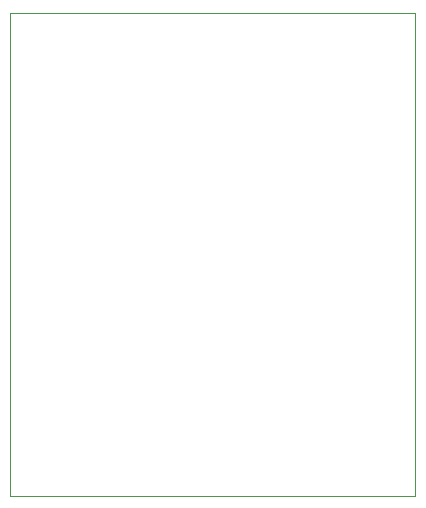
<source format=gm1>
G04 #@! TF.GenerationSoftware,KiCad,Pcbnew,7.0.7*
G04 #@! TF.CreationDate,2023-10-16T20:45:54+02:00*
G04 #@! TF.ProjectId,HeatPumpControl,48656174-5075-46d7-9043-6f6e74726f6c,2.0*
G04 #@! TF.SameCoordinates,Original*
G04 #@! TF.FileFunction,Profile,NP*
%FSLAX46Y46*%
G04 Gerber Fmt 4.6, Leading zero omitted, Abs format (unit mm)*
G04 Created by KiCad (PCBNEW 7.0.7) date 2023-10-16 20:45:54*
%MOMM*%
%LPD*%
G01*
G04 APERTURE LIST*
G04 #@! TA.AperFunction,Profile*
%ADD10C,0.050000*%
G04 #@! TD*
G04 APERTURE END LIST*
D10*
X135890000Y-101981000D02*
X170180000Y-101981000D01*
X170180000Y-142875000D01*
X135890000Y-142875000D01*
X135890000Y-101981000D01*
M02*

</source>
